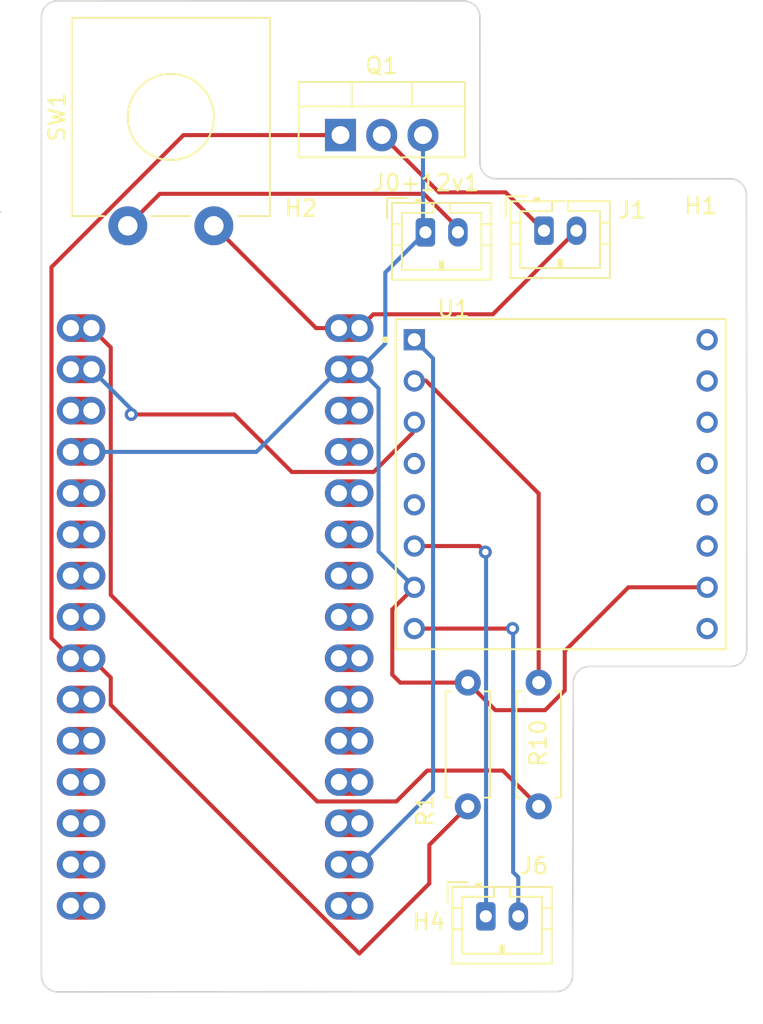
<source format=kicad_pcb>
(kicad_pcb (version 20211014) (generator pcbnew)
  (layers (0 "F.Cu" signal) (31 "B.Cu" signal) (34 "B.Paste" user) (35 "F.Paste" user) (36 "B.SilkS" user "B.Silkscreen") (37 "F.SilkS" user "F.Silkscreen") (38 "B.Mask" user) (39 "F.Mask" user) (44 "Edge.Cuts" user))
  (net 0 "")
  (net 22 "Net-(A1-Pad2)")
  (net 26 "Net-(A1-Pad16)")
  (net 27 "Net-(A1-Pad15)")
  (net 28 "GND")
  (net 29 "+12V")
  (net 35 "Net-(J1-Pad1)")
  (net 39 "Net-(A1-Pad24)")
  (net 40 "Net-(A1-Pad17)")
  (net 41 "Net-(R10-Pad1)")
  (net 42 "Net-(J6-Pad1)")
  (net 43 "Net-(J6-Pad2)")
  (footprint "Connector_JST:JST_PH_B2B-PH-K_1x02_P2.00mm_Vertical" (layer "F.Cu") (at 80.35 35.75)
    (fp_text reference "J0+12v1" (at 0.03 -3.05) (layer "F.SilkS"))
    (fp_text value "Conn_01x02")
    (fp_line (start 4.06 2.91) (end 4.06 -1.81) (layer "F.SilkS") (width 0.12))
    (fp_line (start -0.6 -2.01) (end -0.6 -1.81) (layer "F.SilkS") (width 0.12))
    (fp_line (start -0.3 -2.01) (end -0.6 -2.01) (layer "F.SilkS") (width 0.12))
    (fp_line (start -1.11 -2.11) (end -2.36 -2.11) (layer "F.SilkS") (width 0.12))
    (fp_line (start -0.3 -1.91) (end -0.6 -1.91) (layer "F.SilkS") (width 0.12))
    (fp_line (start 1 2.3) (end 1 1.8) (layer "F.SilkS") (width 0.12))
    (fp_line (start 3.45 2.3) (end 3.45 -1.2) (layer "F.SilkS") (width 0.12))
    (fp_line (start -1.45 2.3) (end 3.45 2.3) (layer "F.SilkS") (width 0.12))
    (fp_line (start 4.06 -1.81) (end -2.06 -1.81) (layer "F.SilkS") (width 0.12))
    (fp_line (start 1.1 1.8) (end 1.1 2.3) (layer "F.SilkS") (width 0.12))
    (fp_line (start 4.06 0.8) (end 3.45 0.8) (layer "F.SilkS") (width 0.12))
    (fp_line (start -2.06 -0.5) (end -1.45 -0.5) (layer "F.SilkS") (width 0.12))
    (fp_line (start -0.3 -1.81) (end -0.3 -2.01) (layer "F.SilkS") (width 0.12))
    (fp_line (start 3.45 -1.2) (end 1.5 -1.2) (layer "F.SilkS") (width 0.12))
    (fp_line (start -2.06 2.91) (end 4.06 2.91) (layer "F.SilkS") (width 0.12))
    (fp_line (start 1.5 -1.2) (end 1.5 -1.81) (layer "F.SilkS") (width 0.12))
    (fp_line (start 0.5 -1.81) (end 0.5 -1.2) (layer "F.SilkS") (width 0.12))
    (fp_line (start -2.06 -1.81) (end -2.06 2.91) (layer "F.SilkS") (width 0.12))
    (fp_line (start -2.36 -2.11) (end -2.36 -0.86) (layer "F.SilkS") (width 0.12))
    (fp_line (start -2.06 0.8) (end -1.45 0.8) (layer "F.SilkS") (width 0.12))
    (fp_line (start 4.06 -0.5) (end 3.45 -0.5) (layer "F.SilkS") (width 0.12))
    (fp_line (start -1.45 -1.2) (end -1.45 2.3) (layer "F.SilkS") (width 0.12))
    (fp_line (start 0.5 -1.2) (end -1.45 -1.2) (layer "F.SilkS") (width 0.12))
    (fp_line (start 0.9 1.8) (end 1.1 1.8) (layer "F.SilkS") (width 0.12))
    (fp_line (start 0.9 2.3) (end 0.9 1.8) (layer "F.SilkS") (width 0.12))
    (pad "1" thru_hole roundrect (at 0 0) (size 1.2 1.75) (drill 0.75) (layers *.Cu *.Mask) (roundrect_rratio 0.208333) (net 28 "GND"))
    (pad "2" thru_hole oval (at 2 0) (size 1.2 1.75) (drill 0.75) (layers *.Cu *.Mask) (net 29 "+12V"))
  )
  (footprint "Resistor_THT:R_Axial_DIN0207_L6.3mm_D2.5mm_P7.62mm_Horizontal" (layer "F.Cu") (at 87.325 63.465 -90)
    (fp_text reference "R10" (at 3.715 0.025 -90) (layer "F.SilkS"))
    (fp_text value "R1kΩ")
    (fp_line (start 7.08 -1.37) (end 7.08 -1.04) (layer "F.SilkS") (width 0.12))
    (fp_line (start 0.54 1.04) (end 0.54 1.37) (layer "F.SilkS") (width 0.12))
    (fp_line (start 0.54 1.37) (end 7.08 1.37) (layer "F.SilkS") (width 0.12))
    (fp_line (start 7.08 1.37) (end 7.08 1.04) (layer "F.SilkS") (width 0.12))
    (fp_line (start 0.54 -1.04) (end 0.54 -1.37) (layer "F.SilkS") (width 0.12))
    (fp_line (start 0.54 -1.37) (end 7.08 -1.37) (layer "F.SilkS") (width 0.12))
    (pad "1" thru_hole circle (at 0 0 270) (size 1.6 1.6) (drill 0.8) (layers *.Cu *.Mask) (net 41 "Net-(R10-Pad1)"))
    (pad "2" thru_hole oval (at 7.62 0 270) (size 1.6 1.6) (drill 0.8) (layers *.Cu *.Mask) (net 26 "Net-(A1-Pad16)"))
  )
  (footprint "DFPlayer:MODULE_DFR0299" (layer "F.Cu") (at 88.6825 51.25)
    (fp_text reference "U1" (at -6.6 -10.7925) (layer "F.SilkS"))
    (fp_text value "DFR0299")
    (fp_line (start -10.16 10.16) (end -10.16 -10.16) (layer "F.SilkS") (width 0.127))
    (fp_line (start 10.16 -10.16) (end 10.16 10.16) (layer "F.SilkS") (width 0.127))
    (fp_line (start -10.16 -10.16) (end 10.16 -10.16) (layer "F.SilkS") (width 0.127))
    (fp_line (start 10.16 10.16) (end -10.16 10.16) (layer "F.SilkS") (width 0.127))
    (fp_circle (center -10.8 -8.89) (end -10.7 -8.89) (layer "F.SilkS") (width 0.2) (fill none))
    (pad "1" thru_hole rect locked (at -9.017 -8.89) (size 1.308 1.308) (drill 0.8) (layers *.Cu *.Mask) (net 22 "Net-(A1-Pad2)"))
    (pad "2" thru_hole circle locked (at -9.017 -6.35) (size 1.308 1.308) (drill 0.8) (layers *.Cu *.Mask) (net 41 "Net-(R10-Pad1)"))
    (pad "3" thru_hole circle locked (at -9.017 -3.81) (size 1.308 1.308) (drill 0.8) (layers *.Cu *.Mask) (net 40 "Net-(A1-Pad17)"))
    (pad "4" thru_hole circle locked (at -9.017 -1.27) (size 1.308 1.308) (drill 0.8) (layers *.Cu *.Mask))
    (pad "5" thru_hole circle locked (at -9.017 1.27) (size 1.308 1.308) (drill 0.8) (layers *.Cu *.Mask))
    (pad "6" thru_hole circle locked (at -9.017 3.81) (size 1.308 1.308) (drill 0.8) (layers *.Cu *.Mask) (net 42 "Net-(J6-Pad1)"))
    (pad "7" thru_hole circle locked (at -9.017 6.35) (size 1.308 1.308) (drill 0.8) (layers *.Cu *.Mask) (net 28 "GND"))
    (pad "8" thru_hole circle locked (at -9.017 8.89) (size 1.308 1.308) (drill 0.8) (layers *.Cu *.Mask) (net 43 "Net-(J6-Pad2)"))
    (pad "9" thru_hole circle locked (at 9.017 8.89) (size 1.308 1.308) (drill 0.8) (layers *.Cu *.Mask))
    (pad "10" thru_hole circle locked (at 9.017 6.35) (size 1.308 1.308) (drill 0.8) (layers *.Cu *.Mask) (net 28 "GND"))
    (pad "11" thru_hole circle locked (at 9.017 3.81) (size 1.308 1.308) (drill 0.8) (layers *.Cu *.Mask))
    (pad "12" thru_hole circle locked (at 9.017 1.27) (size 1.308 1.308) (drill 0.8) (layers *.Cu *.Mask))
    (pad "13" thru_hole circle locked (at 9.017 -1.27) (size 1.308 1.308) (drill 0.8) (layers *.Cu *.Mask))
    (pad "14" thru_hole circle locked (at 9.017 -3.81) (size 1.308 1.308) (drill 0.8) (layers *.Cu *.Mask))
    (pad "15" thru_hole circle locked (at 9.017 -6.35) (size 1.308 1.308) (drill 0.8) (layers *.Cu *.Mask))
    (pad "16" thru_hole circle locked (at 9.017 -8.89) (size 1.308 1.308) (drill 0.8) (layers *.Cu *.Mask))
  )
  (footprint "Package_TO_SOT_THT:TO-220-3_Vertical" (layer "F.Cu") (at 75.12 29.765)
    (fp_text reference "Q1" (at 2.54 -4.27) (layer "F.SilkS"))
    (fp_text value "IRLZ44N")
    (fp_line (start -2.58 1.371) (end 7.66 1.371) (layer "F.SilkS") (width 0.12))
    (fp_line (start 7.66 -3.27) (end 7.66 1.371) (layer "F.SilkS") (width 0.12))
    (fp_line (start -2.58 -1.76) (end 7.66 -1.76) (layer "F.SilkS") (width 0.12))
    (fp_line (start -2.58 -3.27) (end 7.66 -3.27) (layer "F.SilkS") (width 0.12))
    (fp_line (start 0.69 -3.27) (end 0.69 -1.76) (layer "F.SilkS") (width 0.12))
    (fp_line (start -2.58 -3.27) (end -2.58 1.371) (layer "F.SilkS") (width 0.12))
    (fp_line (start 4.391 -3.27) (end 4.391 -1.76) (layer "F.SilkS") (width 0.12))
    (pad "1" thru_hole rect (at 0 0) (size 1.905 2) (drill 1.1) (layers *.Cu *.Mask) (net 39 "Net-(A1-Pad24)"))
    (pad "2" thru_hole oval (at 2.54 0) (size 1.905 2) (drill 1.1) (layers *.Cu *.Mask) (net 35 "Net-(J1-Pad1)"))
    (pad "3" thru_hole oval (at 5.08 0) (size 1.905 2) (drill 1.1) (layers *.Cu *.Mask) (net 28 "GND"))
  )
  (footprint "Custom:MountingHole_1.25mm" (layer "F.Cu") (at 96 36.37)
    (fp_text reference "H1" (at 1.3 -2.25) (layer "F.SilkS"))
    (fp_text value "MountingHole")
    (pad "" np_thru_hole circle (at 0 0) (size 1.25 1.25) (drill 1.25) (layers F&B.Cu *.Mask))
  )
  (footprint "Connector_JST:JST_PH_B2B-PH-K_1x02_P2.00mm_Vertical" (layer "F.Cu") (at 87.65 35.65)
    (fp_text reference "J1" (at 5.42 -1.26) (layer "F.SilkS"))
    (fp_text value "Conn_01x02")
    (fp_line (start -0.3 -1.81) (end -0.3 -2.01) (layer "F.SilkS") (width 0.12))
    (fp_line (start -1.45 -1.2) (end -1.45 2.3) (layer "F.SilkS") (width 0.12))
    (fp_line (start -1.45 2.3) (end 3.45 2.3) (layer "F.SilkS") (width 0.12))
    (fp_line (start -0.3 -1.91) (end -0.6 -1.91) (layer "F.SilkS") (width 0.12))
    (fp_line (start 3.45 2.3) (end 3.45 -1.2) (layer "F.SilkS") (width 0.12))
    (fp_line (start 1.1 1.8) (end 1.1 2.3) (layer "F.SilkS") (width 0.12))
    (fp_line (start -2.36 -2.11) (end -2.36 -0.86) (layer "F.SilkS") (width 0.12))
    (fp_line (start 0.9 1.8) (end 1.1 1.8) (layer "F.SilkS") (width 0.12))
    (fp_line (start 1.5 -1.2) (end 1.5 -1.81) (layer "F.SilkS") (width 0.12))
    (fp_line (start -2.06 2.91) (end 4.06 2.91) (layer "F.SilkS") (width 0.12))
    (fp_line (start -2.06 -1.81) (end -2.06 2.91) (layer "F.SilkS") (width 0.12))
    (fp_line (start 4.06 2.91) (end 4.06 -1.81) (layer "F.SilkS") (width 0.12))
    (fp_line (start -2.06 -0.5) (end -1.45 -0.5) (layer "F.SilkS") (width 0.12))
    (fp_line (start 0.9 2.3) (end 0.9 1.8) (layer "F.SilkS") (width 0.12))
    (fp_line (start 0.5 -1.81) (end 0.5 -1.2) (layer "F.SilkS") (width 0.12))
    (fp_line (start 4.06 0.8) (end 3.45 0.8) (layer "F.SilkS") (width 0.12))
    (fp_line (start -0.6 -2.01) (end -0.6 -1.81) (layer "F.SilkS") (width 0.12))
    (fp_line (start 1 2.3) (end 1 1.8) (layer "F.SilkS") (width 0.12))
    (fp_line (start -1.11 -2.11) (end -2.36 -2.11) (layer "F.SilkS") (width 0.12))
    (fp_line (start 0.5 -1.2) (end -1.45 -1.2) (layer "F.SilkS") (width 0.12))
    (fp_line (start -2.06 0.8) (end -1.45 0.8) (layer "F.SilkS") (width 0.12))
    (fp_line (start 4.06 -1.81) (end -2.06 -1.81) (layer "F.SilkS") (width 0.12))
    (fp_line (start 4.06 -0.5) (end 3.45 -0.5) (layer "F.SilkS") (width 0.12))
    (fp_line (start 3.45 -1.2) (end 1.5 -1.2) (layer "F.SilkS") (width 0.12))
    (fp_line (start -0.3 -2.01) (end -0.6 -2.01) (layer "F.SilkS") (width 0.12))
    (pad "1" thru_hole roundrect (at 0 0) (size 1.2 1.75) (drill 0.75) (layers *.Cu *.Mask) (roundrect_rratio 0.208333) (net 35 "Net-(J1-Pad1)"))
    (pad "2" thru_hole oval (at 2 0) (size 1.2 1.75) (drill 0.75) (layers *.Cu *.Mask) (net 27 "Net-(A1-Pad15)"))
  )
  (footprint "Custom:MountingHole_1.25mm" (layer "F.Cu") (at 79.32 80.12)
    (fp_text reference "H4" (at 1.25 -1.95) (layer "F.SilkS"))
    (fp_text value "MountingHole")
    (pad "" np_thru_hole circle (at 0 0) (size 1.25 1.25) (drill 1.25) (layers F&B.Cu *.Mask))
  )
  (footprint "Resistor_THT:R_Axial_DIN0207_L6.3mm_D2.5mm_P7.62mm_Horizontal" (layer "F.Cu") (at 82.96 71.085 90)
    (fp_text reference "R1" (at -0.265 -2.6325 90) (layer "F.SilkS"))
    (fp_text value "R10kΩ")
    (fp_line (start 0.54 1.04) (end 0.54 1.37) (layer "F.SilkS") (width 0.12))
    (fp_line (start 7.08 1.37) (end 7.08 1.04) (layer "F.SilkS") (width 0.12))
    (fp_line (start 0.54 -1.37) (end 7.08 -1.37) (layer "F.SilkS") (width 0.12))
    (fp_line (start 0.54 -1.04) (end 0.54 -1.37) (layer "F.SilkS") (width 0.12))
    (fp_line (start 0.54 1.37) (end 7.08 1.37) (layer "F.SilkS") (width 0.12))
    (fp_line (start 7.08 -1.37) (end 7.08 -1.04) (layer "F.SilkS") (width 0.12))
    (pad "1" thru_hole circle (at 0 0 90) (size 1.6 1.6) (drill 0.8) (layers *.Cu *.Mask) (net 39 "Net-(A1-Pad24)"))
    (pad "2" thru_hole oval (at 7.62 0 90) (size 1.6 1.6) (drill 0.8) (layers *.Cu *.Mask) (net 28 "GND"))
  )
  (footprint "Button_Switch_THT:SW_CW_GPTS203211B" (layer "F.Cu") (at 62.02 35.35 90)
    (fp_text reference "SW1" (at 6.7 -4.35 90) (layer "F.SilkS"))
    (fp_text value "SW_SPST")
    (fp_line (start 0.6 -1.46) (end 0.6 -3.45) (layer "F.SilkS") (width 0.12))
    (fp_line (start 12.8 8.75) (end 0.6 8.75) (layer "F.SilkS") (width 0.12))
    (fp_line (start 12.8 -3.45) (end 12.8 8.75) (layer "F.SilkS") (width 0.12))
    (fp_line (start 0.6 8.75) (end 0.6 6.76) (layer "F.SilkS") (width 0.12))
    (fp_line (start 0.6 -3.45) (end 12.8 -3.45) (layer "F.SilkS") (width 0.12))
    (fp_line (start 0.6 1.46) (end 0.6 3.84) (layer "F.SilkS") (width 0.12))
    (fp_circle (center 6.7 2.65) (end 9.35 2.65) (layer "F.SilkS") (width 0.12) (fill none))
    (pad "1" thru_hole circle (at 0 0 90) (size 2.4 2.4) (drill 1.2) (layers *.Cu *.Mask) (net 29 "+12V"))
    (pad "2" thru_hole circle (at 0 5.3 90) (size 2.4 2.4) (drill 1.2) (layers *.Cu *.Mask) (net 27 "Net-(A1-Pad15)"))
  )
  (footprint "Nano_33:NANO_33_Socket_Castell" (layer "F.Cu") (at 67.4 59.425 90)
    (fp_text reference "A1")
    (fp_text value "Arduino-NANO-33")
    (pad "1" thru_hole circle locked (at -17.78 7.62 180) (size 1.7 1.7) (drill 1) (layers *.Cu *.Mask))
    (pad "1" smd oval locked (at -17.78 8.255 180) (size 3 1.7) (layers "F.Cu" "F.Mask"))
    (pad "1" thru_hole circle locked (at -17.78 8.89 180) (size 1.7 1.7) (drill 1) (layers *.Cu *.Mask))
    (pad "2" thru_hole oval locked (at -15.24 7.62 180) (size 1.7 1.7) (drill 1) (layers *.Cu *.Mask) (net 22 "Net-(A1-Pad2)"))
    (pad "2" smd oval locked (at -15.24 8.255 180) (size 3 1.7) (layers "F.Cu" "F.Mask") (net 22 "Net-(A1-Pad2)"))
    (pad "2" thru_hole circle locked (at -15.24 8.89 180) (size 1.7 1.7) (drill 1) (layers *.Cu *.Mask) (net 22 "Net-(A1-Pad2)"))
    (pad "3" smd oval locked (at -12.7 8.255 180) (size 3 1.7) (layers "F.Cu" "F.Mask"))
    (pad "3" thru_hole oval locked (at -12.7 7.62 180) (size 1.7 1.7) (drill 1) (layers *.Cu *.Mask))
    (pad "3" thru_hole circle locked (at -12.7 8.89 180) (size 1.7 1.7) (drill 1) (layers *.Cu *.Mask))
    (pad "4" thru_hole circle locked (at -10.16 8.89 180) (size 1.7 1.7) (drill 1) (layers *.Cu *.Mask))
    (pad "4" smd oval locked (at -10.16 8.255 180) (size 3 1.7) (layers "F.Cu" "F.Mask"))
    (pad "4" thru_hole oval locked (at -10.16 7.62 180) (size 1.7 1.7) (drill 1) (layers *.Cu *.Mask))
    (pad "5" thru_hole circle locked (at -7.62 8.89 180) (size 1.7 1.7) (drill 1) (layers *.Cu *.Mask))
    (pad "5" thru_hole oval locked (at -7.62 7.62 180) (size 1.7 1.7) (drill 1) (layers *.Cu *.Mask))
    (pad "5" smd oval locked (at -7.62 8.255 180) (size 3 1.7) (layers "F.Cu" "F.Mask"))
    (pad "6" smd oval locked (at -5.08 8.255 180) (size 3 1.7) (layers "F.Cu" "F.Mask"))
    (pad "6" thru_hole circle locked (at -5.08 8.89 180) (size 1.7 1.7) (drill 1) (layers *.Cu *.Mask))
    (pad "6" thru_hole oval locked (at -5.08 7.62 180) (size 1.7 1.7) (drill 1) (layers *.Cu *.Mask))
    (pad "7" thru_hole circle locked (at -2.54 8.89 180) (size 1.7 1.7) (drill 1) (layers *.Cu *.Mask))
    (pad "7" thru_hole oval locked (at -2.54 7.62 180) (size 1.7 1.7) (drill 1) (layers *.Cu *.Mask))
    (pad "7" smd oval locked (at -2.54 8.255 180) (size 3 1.7) (layers "F.Cu" "F.Mask"))
    (pad "8" thru_hole oval locked (at 0 7.62 180) (size 1.7 1.7) (drill 1) (layers *.Cu *.Mask))
    (pad "8" smd oval locked (at 0 8.255 180) (size 3 1.7) (layers "F.Cu" "F.Mask"))
    (pad "8" thru_hole circle locked (at 0 8.89 180) (size 1.7 1.7) (drill 1) (layers *.Cu *.Mask))
    (pad "9" thru_hole circle locked (at 2.54 8.89 180) (size 1.7 1.7) (drill 1) (layers *.Cu *.Mask))
    (pad "9" thru_hole oval locked (at 2.54 7.62 180) (size 1.7 1.7) (drill 1) (layers *.Cu *.Mask))
    (pad "9" smd oval locked (at 2.54 8.255 180) (size 3 1.7) (layers "F.Cu" "F.Mask"))
    (pad "10" thru_hole oval locked (at 5.08 7.62 180) (size 1.7 1.7) (drill 1) (layers *.Cu *.Mask))
    (pad "10" smd oval locked (at 5.08 8.255 180) (size 3 1.7) (layers "F.Cu" "F.Mask"))
    (pad "10" thru_hole circle locked (at 5.08 8.89 180) (size 1.7 1.7) (drill 1) (layers *.Cu *.Mask))
    (pad "11" thru_hole oval locked (at 7.62 7.62 180) (size 1.7 1.7) (drill 1) (layers *.Cu *.Mask))
    (pad "11" smd oval locked (at 7.62 8.255 180) (size 3 1.7) (layers "F.Cu" "F.Mask"))
    (pad "11" thru_hole circle locked (at 7.62 8.89 180) (size 1.7 1.7) (drill 1) (layers *.Cu *.Mask))
    (pad "12" thru_hole circle locked (at 10.16 8.89 180) (size 1.7 1.7) (drill 1) (layers *.Cu *.Mask))
    (pad "12" thru_hole oval locked (at 10.16 7.62 180) (size 1.7 1.7) (drill 1) (layers *.Cu *.Mask))
    (pad "12" smd oval locked (at 10.16 8.255 180) (size 3 1.7) (layers "F.Cu" "F.Mask"))
    (pad "13" thru_hole circle locked (at 12.7 8.89 180) (size 1.7 1.7) (drill 1) (layers *.Cu *.Mask))
    (pad "13" smd oval locked (at 12.7 8.255 180) (size 3 1.7) (layers "F.Cu" "F.Mask"))
    (pad "13" thru_hole oval locked (at 12.7 7.62 180) (size 1.7 1.7) (drill 1) (layers *.Cu *.Mask))
    (pad "14" thru_hole circle locked (at 15.24 8.89 180) (size 1.7 1.7) (drill 1) (layers *.Cu *.Mask) (net 28 "GND"))
    (pad "14" thru_hole oval locked (at 15.24 7.62 180) (size 1.7 1.7) (drill 1) (layers *.Cu *.Mask) (net 28 "GND"))
    (pad "14" smd oval locked (at 15.24 8.255 180) (size 3 1.7) (layers "F.Cu" "F.Mask") (net 28 "GND"))
    (pad "15" smd oval locked (at 17.78 8.255 180) (size 3 1.7) (layers "F.Cu" "F.Mask") (net 27 "Net-(A1-Pad15)"))
    (pad "15" thru_hole circle locked (at 17.78 8.89 180) (size 1.7 1.7) (drill 1) (layers *.Cu *.Mask) (net 27 "Net-(A1-Pad15)"))
    (pad "15" thru_hole oval locked (at 17.78 7.62 180) (size 1.7 1.7) (drill 1) (layers *.Cu *.Mask) (net 27 "Net-(A1-Pad15)"))
    (pad "16" thru_hole circle locked (at 17.78 -8.89) (size 1.7 1.7) (drill 1) (layers *.Cu *.Mask) (net 26 "Net-(A1-Pad16)"))
    (pad "16" thru_hole circle locked (at 17.78 -7.62) (size 1.7 1.7) (drill 1) (layers *.Cu *.Mask) (net 26 "Net-(A1-Pad16)"))
    (pad "16" smd oval locked (at 17.78 -8.255) (size 3 1.7) (layers "F.Cu" "F.Mask") (net 26 "Net-(A1-Pad16)"))
    (pad "17" thru_hole oval locked (at 15.24 -7.62) (size 1.7 1.7) (drill 1) (layers *.Cu *.Mask) (net 40 "Net-(A1-Pad17)"))
    (pad "17" thru_hole circle locked (at 15.24 -8.89) (size 1.7 1.7) (drill 1) (layers *.Cu *.Mask) (net 40 "Net-(A1-Pad17)"))
    (pad "17" smd oval locked (at 15.24 -8.255) (size 3 1.7) (layers "F.Cu" "F.Mask") (net 40 "Net-(A1-Pad17)"))
    (pad "18" thru_hole oval locked (at 12.7 -7.62) (size 1.7 1.7) (drill 1) (layers *.Cu *.Mask))
    (pad "18" thru_hole circle locked (at 12.7 -8.89) (size 1.7 1.7) (drill 1) (layers *.Cu *.Mask))
    (pad "18" smd oval locked (at 12.7 -8.255) (size 3 1.7) (layers "F.Cu" "F.Mask"))
    (pad "19" thru_hole oval locked (at 10.16 -7.62) (size 1.7 1.7) (drill 1) (layers *.Cu *.Mask) (net 28 "GND"))
    (pad "19" thru_hole circle locked (at 10.16 -8.89) (size 1.7 1.7) (drill 1) (layers *.Cu *.Mask) (net 28 "GND"))
    (pad "19" smd oval locked (at 10.16 -8.255) (size 3 1.7) (layers "F.Cu" "F.Mask") (net 28 "GND"))
    (pad "20" thru_hole circle locked (at 7.62 -8.89) (size 1.7 1.7) (drill 1) (layers *.Cu *.Mask))
    (pad "20" thru_hole oval locked (at 7.62 -7.62) (size 1.7 1.7) (drill 1) (layers *.Cu *.Mask))
    (pad "20" smd oval locked (at 7.62 -8.255) (size 3 1.7) (layers "F.Cu" "F.Mask"))
    (pad "21" thru_hole circle locked (at 5.08 -8.89) (size 1.7 1.7) (drill 1) (layers *.Cu *.Mask))
    (pad "21" thru_hole oval locked (at 5.08 -7.62) (size 1.7 1.7) (drill 1) (layers *.Cu *.Mask))
    (pad "21" smd oval locked (at 5.08 -8.255) (size 3 1.7) (layers "F.Cu" "F.Mask"))
    (pad "22" thru_hole circle locked (at 2.54 -8.89) (size 1.7 1.7) (drill 1) (layers *.Cu *.Mask))
    (pad "22" thru_hole oval locked (at 2.54 -7.62) (size 1.7 1.7) (drill 1) (layers *.Cu *.Mask))
    (pad "22" smd oval locked (at 2.54 -8.255) (size 3 1.7) (layers "F.Cu" "F.Mask"))
    (pad "23" thru_hole circle locked (at 0 -8.89) (size 1.7 1.7) (drill 1) (layers *.Cu *.Mask))
    (pad "23" smd oval locked (at 0 -8.255) (size 3 1.7) (layers "F.Cu" "F.Mask"))
    (pad "23" thru_hole oval locked (at 0 -7.62) (size 1.7 1.7) (drill 1) (layers *.Cu *.Mask))
    (pad "24" thru_hole oval locked (at -2.54 -7.62) (size 1.7 1.7) (drill 1) (layers *.Cu *.Mask) (net 39 "Net-(A1-Pad24)"))
    (pad "24" thru_hole circle locked (at -2.54 -8.89) (size 1.7 1.7) (drill 1) (layers *.Cu *.Mask) (net 39 "Net-(A1-Pad24)"))
    (pad "24" smd oval locked (at -2.54 -8.255) (size 3 1.7) (layers "F.Cu" "F.Mask") (net 39 "Net-(A1-Pad24)"))
    (pad "25" thru_hole oval locked (at -5.08 -7.62) (size 1.7 1.7) (drill 1) (layers *.Cu *.Mask))
    (pad "25" smd oval locked (at -5.08 -8.255) (size 3 1.7) (layers "F.Cu" "F.Mask"))
    (pad "25" thru_hole circle locked (at -5.08 -8.89) (size 1.7 1.7) (drill 1) (layers *.Cu *.Mask))
    (pad "26" thru_hole circle locked (at -7.62 -8.89) (size 1.7 1.7) (drill 1) (layers *.Cu *.Mask))
    (pad "26" thru_hole oval locked (at -7.62 -7.62) (size 1.7 1.7) (drill 1) (layers *.Cu *.Mask))
    (pad "26" smd oval locked (at -7.62 -8.255) (size 3 1.7) (layers "F.Cu" "F.Mask"))
    (pad "27" thru_hole circle locked (at -10.16 -8.89) (size 1.7 1.7) (drill 1) (layers *.Cu *.Mask))
    (pad "27" thru_hole oval locked (at -10.16 -7.62) (size 1.7 1.7) (drill 1) (layers *.Cu *.Mask))
    (pad "27" smd oval locked (at -10.16 -8.255) (size 3 1.7) (layers "F.Cu" "F.Mask"))
    (pad "28" thru_hole circle locked (at -12.7 -8.89) (size 1.7 1.7) (drill 1) (layers *.Cu *.Mask))
    (pad "28" thru_hole oval locked (at -12.7 -7.62) (size 1.7 1.7) (drill 1) (layers *.Cu *.Mask))
    (pad "28" smd oval locked (at -12.7 -8.255) (size 3 1.7) (layers "F.Cu" "F.Mask"))
    (pad "29" thru_hole oval locked (at -15.24 -7.62) (size 1.7 1.7) (drill 1) (layers *.Cu *.Mask))
    (pad "29" thru_hole circle locked (at -15.24 -8.89) (size 1.7 1.7) (drill 1) (layers *.Cu *.Mask))
    (pad "29" smd oval locked (at -15.24 -8.255) (size 3 1.7) (layers "F.Cu" "F.Mask"))
    (pad "30" smd oval locked (at -17.78 -8.255) (size 3 1.7) (layers "F.Cu" "F.Mask"))
    (pad "30" thru_hole oval locked (at -17.78 -7.62) (size 1.7 1.7) (drill 1) (layers *.Cu *.Mask))
    (pad "30" thru_hole circle locked (at -17.78 -8.89) (size 1.7 1.7) (drill 1) (layers *.Cu *.Mask))
  )
  (footprint "Custom:MountingHole_1.25mm" (layer "F.Cu") (at 74.92 35.48)
    (fp_text reference "H2" (at -2.24 -1.21) (layer "F.SilkS"))
    (fp_text value "MountingHole")
    (pad "" np_thru_hole circle (at 0 0) (size 1.25 1.25) (drill 1.25) (layers F&B.Cu *.Mask))
  )
  (footprint "Connector_JST:JST_PH_B2B-PH-K_1x02_P2.00mm_Vertical" (layer "F.Cu") (at 84.07 77.85)
    (fp_text reference "J6" (at 2.98 -3.11) (layer "F.SilkS"))
    (fp_text value "Conn_01x02")
    (fp_line (start 1.5 -1.2) (end 1.5 -1.81) (layer "F.SilkS") (width 0.12))
    (fp_line (start 3.45 2.3) (end 3.45 -1.2) (layer "F.SilkS") (width 0.12))
    (fp_line (start -0.6 -2.01) (end -0.6 -1.81) (layer "F.SilkS") (width 0.12))
    (fp_line (start 0.9 2.3) (end 0.9 1.8) (layer "F.SilkS") (width 0.12))
    (fp_line (start -2.06 2.91) (end 4.06 2.91) (layer "F.SilkS") (width 0.12))
    (fp_line (start 1 2.3) (end 1 1.8) (layer "F.SilkS") (width 0.12))
    (fp_line (start -2.36 -2.11) (end -2.36 -0.86) (layer "F.SilkS") (width 0.12))
    (fp_line (start -2.06 -0.5) (end -1.45 -0.5) (layer "F.SilkS") (width 0.12))
    (fp_line (start 0.5 -1.81) (end 0.5 -1.2) (layer "F.SilkS") (width 0.12))
    (fp_line (start 1.1 1.8) (end 1.1 2.3) (layer "F.SilkS") (width 0.12))
    (fp_line (start 0.9 1.8) (end 1.1 1.8) (layer "F.SilkS") (width 0.12))
    (fp_line (start -0.3 -1.81) (end -0.3 -2.01) (layer "F.SilkS") (width 0.12))
    (fp_line (start -1.45 -1.2) (end -1.45 2.3) (layer "F.SilkS") (width 0.12))
    (fp_line (start 4.06 -1.81) (end -2.06 -1.81) (layer "F.SilkS") (width 0.12))
    (fp_line (start 4.06 2.91) (end 4.06 -1.81) (layer "F.SilkS") (width 0.12))
    (fp_line (start -0.3 -1.91) (end -0.6 -1.91) (layer "F.SilkS") (width 0.12))
    (fp_line (start 4.06 -0.5) (end 3.45 -0.5) (layer "F.SilkS") (width 0.12))
    (fp_line (start -2.06 0.8) (end -1.45 0.8) (layer "F.SilkS") (width 0.12))
    (fp_line (start 3.45 -1.2) (end 1.5 -1.2) (layer "F.SilkS") (width 0.12))
    (fp_line (start -1.11 -2.11) (end -2.36 -2.11) (layer "F.SilkS") (width 0.12))
    (fp_line (start -1.45 2.3) (end 3.45 2.3) (layer "F.SilkS") (width 0.12))
    (fp_line (start 0.5 -1.2) (end -1.45 -1.2) (layer "F.SilkS") (width 0.12))
    (fp_line (start 4.06 0.8) (end 3.45 0.8) (layer "F.SilkS") (width 0.12))
    (fp_line (start -2.06 -1.81) (end -2.06 2.91) (layer "F.SilkS") (width 0.12))
    (fp_line (start -0.3 -2.01) (end -0.6 -2.01) (layer "F.SilkS") (width 0.12))
    (pad "1" thru_hole roundrect (at 0 0) (size 1.2 1.75) (drill 0.75) (layers *.Cu *.Mask) (roundrect_rratio 0.208333) (net 42 "Net-(J6-Pad1)"))
    (pad "2" thru_hole oval (at 2 0) (size 1.2 1.75) (drill 0.75) (layers *.Cu *.Mask) (net 43 "Net-(J6-Pad2)"))
  )
  (gr_arc (start 57.7 82.5) (mid 56.992893 82.207107) (end 56.7 81.5) (layer "Edge.Cuts") (width 0.1))
  (gr_line (start 56.7 22.5) (end 56.7 81.5) (layer "Edge.Cuts") (width 0.1))
  (gr_line (start 88.412893 82.482893) (end 57.7 82.5) (layer "Edge.Cuts") (width 0.1))
  (gr_arc (start 84.707107 32.452893) (mid 84 32.16) (end 83.707107 31.452893) (layer "Edge.Cuts") (width 0.1))
  (gr_line (start 99.12 32.457107) (end 84.707107 32.452893) (layer "Edge.Cuts") (width 0.1))
  (gr_arc (start 100.14 61.47) (mid 99.847107 62.177107) (end 99.14 62.47) (layer "Edge.Cuts") (width 0.1))
  (gr_arc (start 89.46 63.47) (mid 89.752893 62.762893) (end 90.46 62.47) (layer "Edge.Cuts") (width 0.1))
  (gr_line (start 89.412893 81.482893) (end 89.46 63.47) (layer "Edge.Cuts") (width 0.1))
  (gr_line (start 57.7 21.5) (end 82.702893 21.507107) (layer "Edge.Cuts") (width 0.1))
  (gr_line (start 99.14 62.47) (end 90.46 62.47) (layer "Edge.Cuts") (width 0.1))
  (gr_arc (start 56.7 22.5) (mid 56.992893 21.792893) (end 57.7 21.5) (layer "Edge.Cuts") (width 0.1))
  (gr_arc (start 99.12 32.457107) (mid 99.827107 32.75) (end 100.12 33.457107) (layer "Edge.Cuts") (width 0.1))
  (gr_line (start 100.14 61.47) (end 100.12 33.457107) (layer "Edge.Cuts") (width 0.1))
  (gr_arc (start 82.702893 21.507107) (mid 83.41 21.8) (end 83.702893 22.507107) (layer "Edge.Cuts") (width 0.1))
  (gr_arc (start 89.412893 81.482893) (mid 89.12 82.19) (end 88.412893 82.482893) (layer "Edge.Cuts") (width 0.1))
  (gr_line (start 54.2 34.5) (end 54.2 34.5) (layer "Edge.Cuts") (width 0.1))
  (gr_line (start 83.702893 22.507107) (end 83.707107 31.452893) (layer "Edge.Cuts") (width 0.1))
  (segment (start 80.82 70.135) (end 80.82 43.5145) (width 0.25) (layer "B.Cu") (net 22))
  (segment (start 80.82 43.5145) (end 79.6655 42.36) (width 0.25) (layer "B.Cu") (net 22))
  (segment (start 76.29 74.665) (end 80.82 70.135) (width 0.25) (layer "B.Cu") (net 22))
  (segment (start 60.97 42.835) (end 60.97 58.066444) (width 0.25) (layer "F.Cu") (net 26))
  (segment (start 60.97 58.066444) (end 73.683556 70.78) (width 0.25) (layer "F.Cu") (net 26))
  (segment (start 73.683556 70.78) (end 78.56 70.78) (width 0.25) (layer "F.Cu") (net 26))
  (segment (start 85.12 68.88) (end 87.325 71.085) (width 0.25) (layer "F.Cu") (net 26))
  (segment (start 59.78 41.645) (end 60.97 42.835) (width 0.25) (layer "F.Cu") (net 26))
  (segment (start 78.56 70.78) (end 80.46 68.88) (width 0.25) (layer "F.Cu") (net 26))
  (segment (start 80.46 68.88) (end 85.12 68.88) (width 0.25) (layer "F.Cu") (net 26))
  (segment (start 76.29 41.645) (end 77.14 40.795) (width 0.25) (layer "F.Cu") (net 27))
  (segment (start 75.02 41.645) (end 76.29 41.645) (width 0.25) (layer "F.Cu") (net 27))
  (segment (start 73.615 41.645) (end 75.02 41.645) (width 0.25) (layer "F.Cu") (net 27))
  (segment (start 67.32 35.35) (end 73.615 41.645) (width 0.25) (layer "F.Cu") (net 27))
  (segment (start 77.14 40.795) (end 84.505 40.795) (width 0.25) (layer "F.Cu") (net 27))
  (segment (start 84.505 40.795) (end 89.65 35.65) (width 0.25) (layer "F.Cu") (net 27))
  (segment (start 78.31 58.9555) (end 79.6655 57.6) (width 0.25) (layer "F.Cu") (net 28))
  (segment (start 87.72 65.16) (end 88.93 63.95) (width 0.25) (layer "F.Cu") (net 28))
  (segment (start 78.795 63.465) (end 78.31 62.98) (width 0.25) (layer "F.Cu") (net 28))
  (segment (start 88.93 63.95) (end 88.93 61.52) (width 0.25) (layer "F.Cu") (net 28))
  (segment (start 82.96 63.465) (end 84.655 65.16) (width 0.25) (layer "F.Cu") (net 28))
  (segment (start 88.93 61.52) (end 92.85 57.6) (width 0.25) (layer "F.Cu") (net 28))
  (segment (start 84.655 65.16) (end 87.72 65.16) (width 0.25) (layer "F.Cu") (net 28))
  (segment (start 78.31 62.98) (end 78.31 58.9555) (width 0.25) (layer "F.Cu") (net 28))
  (segment (start 92.85 57.6) (end 97.6995 57.6) (width 0.25) (layer "F.Cu") (net 28))
  (segment (start 82.96 63.465) (end 78.795 63.465) (width 0.25) (layer "F.Cu") (net 28))
  (segment (start 77.465 55.3995) (end 77.465 45.36) (width 0.25) (layer "B.Cu") (net 28))
  (segment (start 59.78 49.265) (end 69.94 49.265) (width 0.25) (layer "B.Cu") (net 28))
  (segment (start 69.94 49.265) (end 75.02 44.185) (width 0.25) (layer "B.Cu") (net 28))
  (segment (start 77.465 45.36) (end 76.29 44.185) (width 0.25) (layer "B.Cu") (net 28))
  (segment (start 80.2 35.6) (end 80.2 29.765) (width 0.25) (layer "B.Cu") (net 28))
  (segment (start 80.35 35.75) (end 80.2 35.6) (width 0.25) (layer "B.Cu") (net 28))
  (segment (start 79.6655 57.6) (end 77.465 55.3995) (width 0.25) (layer "B.Cu") (net 28))
  (segment (start 76.29 44.185) (end 77.88 42.595) (width 0.25) (layer "B.Cu") (net 28))
  (segment (start 75.02 44.185) (end 76.29 44.185) (width 0.25) (layer "B.Cu") (net 28))
  (segment (start 77.88 42.595) (end 77.88 38.22) (width 0.25) (layer "B.Cu") (net 28))
  (segment (start 77.88 38.22) (end 80.35 35.75) (width 0.25) (layer "B.Cu") (net 28))
  (segment (start 62.02 35.35) (end 63.99 33.38) (width 0.25) (layer "F.Cu") (net 29))
  (segment (start 63.99 33.38) (end 80.255 33.38) (width 0.25) (layer "F.Cu") (net 29))
  (segment (start 80.255 33.38) (end 82.35 35.475) (width 0.25) (layer "F.Cu") (net 29))
  (segment (start 82.35 35.475) (end 82.35 35.75) (width 0.25) (layer "F.Cu") (net 29))
  (segment (start 77.66 29.765) (end 81.185 33.29) (width 0.25) (layer "F.Cu") (net 35))
  (segment (start 81.185 33.29) (end 85.29 33.29) (width 0.25) (layer "F.Cu") (net 35))
  (segment (start 85.29 33.29) (end 87.65 35.65) (width 0.25) (layer "F.Cu") (net 35))
  (segment (start 59.78 61.965) (end 60.97 63.155) (width 0.25) (layer "F.Cu") (net 39))
  (segment (start 65.448324 29.765) (end 75.12 29.765) (width 0.25) (layer "F.Cu") (net 39))
  (segment (start 59.78 61.965) (end 58.545 61.965) (width 0.25) (layer "F.Cu") (net 39))
  (segment (start 80.59 75.828299) (end 80.59 73.455) (width 0.25) (layer "F.Cu") (net 39))
  (segment (start 57.32 37.893324) (end 65.448324 29.765) (width 0.25) (layer "F.Cu") (net 39))
  (segment (start 58.545 61.965) (end 57.32 60.74) (width 0.25) (layer "F.Cu") (net 39))
  (segment (start 60.97 63.155) (end 60.97 64.831701) (width 0.25) (layer "F.Cu") (net 39))
  (segment (start 80.59 73.455) (end 82.96 71.085) (width 0.25) (layer "F.Cu") (net 39))
  (segment (start 76.278299 80.14) (end 80.59 75.828299) (width 0.25) (layer "F.Cu") (net 39))
  (segment (start 60.97 64.831701) (end 76.278299 80.14) (width 0.25) (layer "F.Cu") (net 39))
  (segment (start 57.32 60.74) (end 57.32 37.893324) (width 0.25) (layer "F.Cu") (net 39))
  (segment (start 77.16 50.5) (end 79.56 48.1) (width 0.25) (layer "F.Cu") (net 40))
  (segment (start 62.23 46.96) (end 68.58 46.96) (width 0.25) (layer "F.Cu") (net 40))
  (segment (start 68.58 46.96) (end 72.12 50.5) (width 0.25) (layer "F.Cu") (net 40))
  (segment (start 72.12 50.5) (end 77.16 50.5) (width 0.25) (layer "F.Cu") (net 40))
  (via (at 62.23 46.96) (size 0.8) (drill 0.4) (layers "F.Cu" "B.Cu") (net 40))
  (segment (start 62.23 46.635) (end 62.23 46.96) (width 0.25) (layer "B.Cu") (net 40))
  (segment (start 59.78 44.185) (end 62.23 46.635) (width 0.25) (layer "B.Cu") (net 40))
  (segment (start 87.325 63.465) (end 87.325 51.825) (width 0.25) (layer "F.Cu") (net 41))
  (segment (start 87.325 51.825) (end 80.37 44.87) (width 0.25) (layer "F.Cu") (net 41))
  (segment (start 83.67 55.06) (end 79.6655 55.06) (width 0.25) (layer "F.Cu") (net 42))
  (segment (start 84.04 55.43) (end 83.67 55.06) (width 0.25) (layer "F.Cu") (net 42))
  (via (at 84.04 55.43) (size 0.8) (drill 0.4) (layers "F.Cu" "B.Cu") (net 42))
  (segment (start 84.04 55.43) (end 84.085 55.475) (width 0.25) (layer "B.Cu") (net 42))
  (segment (start 84.085 55.475) (end 84.085 77.835) (width 0.25) (layer "B.Cu") (net 42))
  (segment (start 84.085 77.835) (end 84.07 77.85) (width 0.25) (layer "B.Cu") (net 42))
  (segment (start 79.6655 60.14) (end 85.72 60.14) (width 0.25) (layer "F.Cu") (net 43))
  (via (at 85.72 60.14) (size 0.8) (drill 0.4) (layers "F.Cu" "B.Cu") (net 43))
  (segment (start 85.75 75.13) (end 85.75 60.17) (width 0.25) (layer "B.Cu") (net 43))
  (segment (start 86.07 75.45) (end 86.07 77.85) (width 0.25) (layer "B.Cu") (net 43))
  (segment (start 85.75 60.17) (end 85.72 60.14) (width 0.25) (layer "B.Cu") (net 43))
  (segment (start 85.75 75.13) (end 86.07 75.45) (width 0.25) (layer "B.Cu") (net 43))
)
</source>
